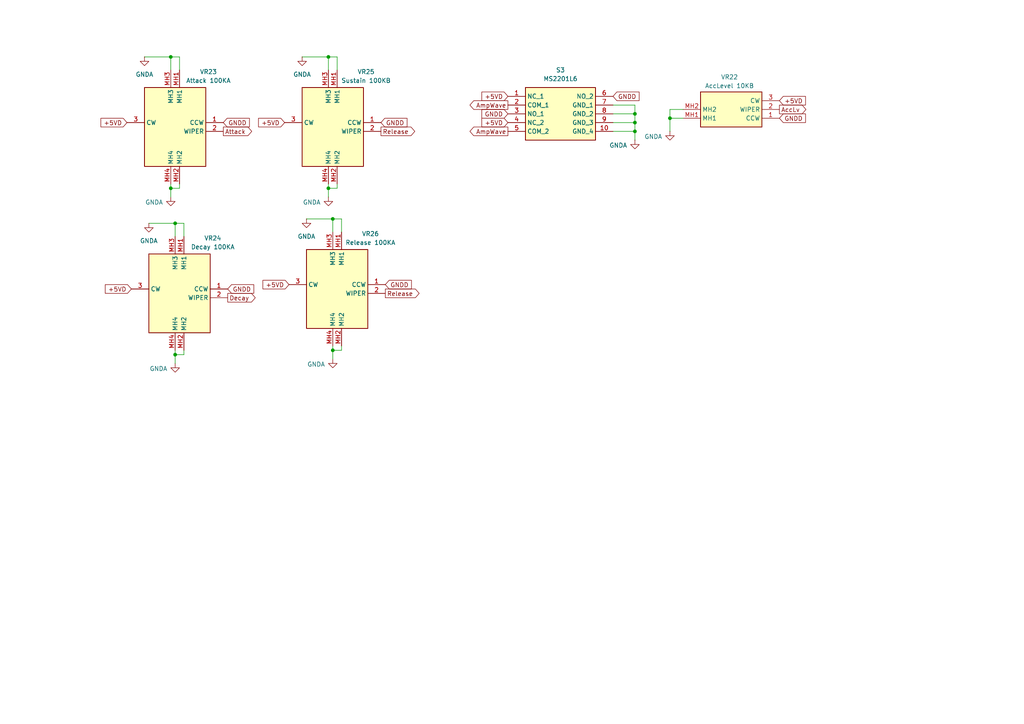
<source format=kicad_sch>
(kicad_sch (version 20250114) (generator "eeschema") (generator_version "9.0")
  (paper "A4")
  (lib_symbols
    (symbol "SamacSys_Parts:MS2201L6"
      (property "Reference" "S" (at 26.67 7.62 0))
      (property "Value" "MS2201L6" (at 26.67 5.08 0))
      (symbol "MS2201L6_1_1"
        (rectangle (start 5.08 2.54) (end 25.4 -12.7) (stroke (width 0.254)) (fill (type background)))
        (pin passive line (at 0 0 0) (length 5.08) (name "NC_1") (number "1"))
        (pin passive line (at 0 -2.54 0) (length 5.08) (name "COM_1") (number "2"))
        (pin passive line (at 0 -5.08 0) (length 5.08) (name "NO_1") (number "3"))
        (pin passive line (at 0 -7.62 0) (length 5.08) (name "NC_2") (number "4"))
        (pin passive line (at 0 -10.16 0) (length 5.08) (name "COM_2") (number "5"))
        (pin passive line (at 30.48 0 180) (length 5.08) (name "NO_2") (number "6"))
        (pin passive line (at 30.48 -2.54 180) (length 5.08) (name "GND_1") (number "7"))
        (pin passive line (at 30.48 -5.08 180) (length 5.08) (name "GND_2") (number "8"))
        (pin passive line (at 30.48 -7.62 180) (length 5.08) (name "GND_3") (number "9"))
        (pin passive line (at 30.48 -10.16 180) (length 5.08) (name "GND_4") (number "10"))
      )
    )
    (symbol "SamacSys_Parts:PTA2043-2010CIB104"
      (property "Reference" "VR" (at 24.13 15.24 0))
      (property "Value" "PTA2043-2010CIB104" (at 24.13 12.7 0))
      (symbol "PTA2043-2010CIB104_1_1"
        (rectangle (start 5.08 10.16) (end 22.86 -12.7) (stroke (width 0.254)) (fill (type background)))
        (pin passive line (at 0 0 0) (length 5.08) (name "CCW") (number "1"))
        (pin passive line (at 0 -2.54 0) (length 5.08) (name "WIPER") (number "2"))
        (pin passive line (at 12.7 15.24 270) (length 5.08) (name "MH1") (number "MH1"))
        (pin passive line (at 12.7 -17.78 90) (length 5.08) (name "MH2") (number "MH2"))
        (pin passive line (at 15.24 15.24 270) (length 5.08) (name "MH3") (number "MH3"))
        (pin passive line (at 15.24 -17.78 90) (length 5.08) (name "MH4") (number "MH4"))
        (pin passive line (at 27.94 0 180) (length 5.08) (name "CW") (number "3"))
      )
    )
    (symbol "SamacSys_Parts:RK09D117000B"
      (property "Reference" "VR" (at 24.13 7.62 0))
      (property "Value" "RK09D117000B" (at 24.13 5.08 0))
      (symbol "RK09D117000B_1_1"
        (rectangle (start 5.08 2.54) (end 22.86 -7.62) (stroke (width 0.254)) (fill (type background)))
        (pin passive line (at 0 0 0) (length 5.08) (name "CCW") (number "1"))
        (pin passive line (at 0 -2.54 0) (length 5.08) (name "WIPER") (number "2"))
        (pin passive line (at 0 -5.08 0) (length 5.08) (name "CW") (number "3"))
        (pin passive line (at 27.94 0 180) (length 5.08) (name "MH1") (number "MH1"))
        (pin passive line (at 27.94 -2.54 180) (length 5.08) (name "MH2") (number "MH2"))
      )
    )
    (symbol "power:GNDA" (power) (pin_numbers (hide yes)) (pin_names (offset 0) (hide yes))
      (property "Value" "GNDA" (at 0 -3.81 0))
      (symbol "GNDA_0_1"
        (polyline (pts (xy 0 0) (xy 0 -1.27) (xy 1.27 -1.27) (xy 0 -2.54) (xy -1.27 -1.27) (xy 0 -1.27)))
      )
      (symbol "GNDA_1_1"
        (pin power_in line (at 0 0 270) (length 0) (name "~") (number "1"))
      )
    )
  )
  (junction (at 50.8 64.77))
  (junction (at 184.15 35.56))
  (junction (at 49.53 54.61))
  (junction (at 95.25 54.61))
  (junction (at 49.53 16.51))
  (junction (at 50.8 102.87))
  (junction (at 184.15 38.1))
  (junction (at 96.52 63.5))
  (junction (at 194.31 34.29))
  (junction (at 184.15 33.02))
  (junction (at 95.25 16.51))
  (junction (at 96.52 101.6))
  (wire (pts (xy 52.07 54.61) (xy 52.07 53.34)))
  (wire (pts (xy 194.31 31.75) (xy 194.31 34.29)))
  (wire (pts (xy 198.12 31.75) (xy 194.31 31.75)))
  (wire (pts (xy 177.8 38.1) (xy 184.15 38.1)))
  (wire (pts (xy 184.15 35.56) (xy 184.15 38.1)))
  (wire (pts (xy 50.8 102.87) (xy 50.8 105.41)))
  (wire (pts (xy 53.34 64.77) (xy 53.34 68.58)))
  (wire (pts (xy 95.25 53.34) (xy 95.25 54.61)))
  (wire (pts (xy 53.34 102.87) (xy 53.34 101.6)))
  (wire (pts (xy 198.12 34.29) (xy 194.31 34.29)))
  (wire (pts (xy 96.52 100.33) (xy 96.52 101.6)))
  (wire (pts (xy 50.8 102.87) (xy 53.34 102.87)))
  (wire (pts (xy 99.06 101.6) (xy 99.06 100.33)))
  (wire (pts (xy 96.52 101.6) (xy 99.06 101.6)))
  (wire (pts (xy 50.8 64.77) (xy 50.8 68.58)))
  (wire (pts (xy 88.9 63.5) (xy 96.52 63.5)))
  (wire (pts (xy 49.53 54.61) (xy 49.53 57.15)))
  (wire (pts (xy 177.8 30.48) (xy 184.15 30.48)))
  (wire (pts (xy 95.25 54.61) (xy 97.79 54.61)))
  (wire (pts (xy 49.53 16.51) (xy 52.07 16.51)))
  (wire (pts (xy 49.53 53.34) (xy 49.53 54.61)))
  (wire (pts (xy 95.25 16.51) (xy 95.25 20.32)))
  (wire (pts (xy 184.15 30.48) (xy 184.15 33.02)))
  (wire (pts (xy 50.8 101.6) (xy 50.8 102.87)))
  (wire (pts (xy 95.25 16.51) (xy 97.79 16.51)))
  (wire (pts (xy 52.07 16.51) (xy 52.07 20.32)))
  (wire (pts (xy 184.15 33.02) (xy 184.15 35.56)))
  (wire (pts (xy 184.15 38.1) (xy 184.15 40.64)))
  (wire (pts (xy 96.52 63.5) (xy 96.52 67.31)))
  (wire (pts (xy 97.79 16.51) (xy 97.79 20.32)))
  (wire (pts (xy 49.53 16.51) (xy 49.53 20.32)))
  (wire (pts (xy 177.8 35.56) (xy 184.15 35.56)))
  (wire (pts (xy 87.63 16.51) (xy 95.25 16.51)))
  (wire (pts (xy 49.53 54.61) (xy 52.07 54.61)))
  (wire (pts (xy 97.79 54.61) (xy 97.79 53.34)))
  (wire (pts (xy 43.18 64.77) (xy 50.8 64.77)))
  (wire (pts (xy 95.25 54.61) (xy 95.25 57.15)))
  (wire (pts (xy 177.8 33.02) (xy 184.15 33.02)))
  (wire (pts (xy 41.91 16.51) (xy 49.53 16.51)))
  (wire (pts (xy 50.8 64.77) (xy 53.34 64.77)))
  (wire (pts (xy 194.31 34.29) (xy 194.31 38.1)))
  (wire (pts (xy 99.06 63.5) (xy 99.06 67.31)))
  (wire (pts (xy 96.52 101.6) (xy 96.52 104.14)))
  (wire (pts (xy 96.52 63.5) (xy 99.06 63.5)))
  (global_label "AccLv" (shape output) (at 226.06 31.75 0) (property "Intersheetrefs" "${INTERSHEET_REFS}" (effects (hide yes))))
  (global_label "AmpWave" (shape output) (at 147.32 38.1 180) (property "Intersheetrefs" "${INTERSHEET_REFS}" (effects (hide yes))))
  (global_label "GNDD" (shape input) (at 110.49 35.56 0) (property "Intersheetrefs" "${INTERSHEET_REFS}" (effects (hide yes))))
  (global_label "+5VD" (shape input) (at 147.32 35.56 180) (property "Intersheetrefs" "${INTERSHEET_REFS}" (effects (hide yes))))
  (global_label "GNDD" (shape input) (at 177.8 27.94 0) (property "Intersheetrefs" "${INTERSHEET_REFS}" (effects (hide yes))))
  (global_label "GNDD" (shape input) (at 226.06 34.29 0) (property "Intersheetrefs" "${INTERSHEET_REFS}" (effects (hide yes))))
  (global_label "GNDD" (shape input) (at 64.77 35.56 0) (property "Intersheetrefs" "${INTERSHEET_REFS}" (effects (hide yes))))
  (global_label "AmpWave" (shape output) (at 147.32 30.48 180) (property "Intersheetrefs" "${INTERSHEET_REFS}" (effects (hide yes))))
  (global_label "+5VD" (shape input) (at 147.32 27.94 180) (property "Intersheetrefs" "${INTERSHEET_REFS}" (effects (hide yes))))
  (global_label "+5VD" (shape input) (at 226.06 29.21 0) (property "Intersheetrefs" "${INTERSHEET_REFS}" (effects (hide yes))))
  (global_label "+5VD" (shape input) (at 36.83 35.56 180) (property "Intersheetrefs" "${INTERSHEET_REFS}" (effects (hide yes))))
  (global_label "Decay" (shape output) (at 66.04 86.36 0) (property "Intersheetrefs" "${INTERSHEET_REFS}" (effects (hide yes))))
  (global_label "+5VD" (shape input) (at 82.55 35.56 180) (property "Intersheetrefs" "${INTERSHEET_REFS}" (effects (hide yes))))
  (global_label "+5VD" (shape input) (at 38.1 83.82 180) (property "Intersheetrefs" "${INTERSHEET_REFS}" (effects (hide yes))))
  (global_label "Attack" (shape output) (at 64.77 38.1 0) (property "Intersheetrefs" "${INTERSHEET_REFS}" (effects (hide yes))))
  (global_label "Release" (shape output) (at 111.76 85.09 0) (property "Intersheetrefs" "${INTERSHEET_REFS}" (effects (hide yes))))
  (global_label "+5VD" (shape input) (at 83.82 82.55 180) (property "Intersheetrefs" "${INTERSHEET_REFS}" (effects (hide yes))))
  (global_label "GNDD" (shape input) (at 66.04 83.82 0) (property "Intersheetrefs" "${INTERSHEET_REFS}" (effects (hide yes))))
  (global_label "GNDD" (shape input) (at 111.76 82.55 0) (property "Intersheetrefs" "${INTERSHEET_REFS}" (effects (hide yes))))
  (global_label "GNDD" (shape input) (at 147.32 33.02 180) (property "Intersheetrefs" "${INTERSHEET_REFS}" (effects (hide yes))))
  (global_label "Release" (shape output) (at 110.49 38.1 0) (property "Intersheetrefs" "${INTERSHEET_REFS}" (effects (hide yes))))
  (symbol (lib_id "power:GNDA") (at 96.52 104.14 0) (unit 1)
    (property "Reference" "#PWR0191" (effects (hide yes)))
    (property "Value" "GNDA" (at 91.694 105.664 0))
    (property "Description" "Power symbol creates a global label with name \"GNDA\" , analog ground" (effects (hide yes)))
  )
  (symbol (lib_id "power:GNDA") (at 87.63 16.51 0) (unit 1)
    (property "Reference" "#PWR0188" (effects (hide yes)))
    (property "Value" "GNDA" (at 87.63 21.59 0))
    (property "Description" "Power symbol creates a global label with name \"GNDA\" , analog ground" (effects (hide yes)))
  )
  (symbol (lib_id "power:GNDA") (at 88.9 63.5 0) (unit 1)
    (property "Reference" "#PWR0190" (effects (hide yes)))
    (property "Value" "GNDA" (at 88.9 68.58 0))
    (property "Description" "Power symbol creates a global label with name \"GNDA\" , analog ground" (effects (hide yes)))
  )
  (symbol (lib_id "power:GNDA") (at 49.53 57.15 0) (unit 1)
    (property "Reference" "#PWR0185" (effects (hide yes)))
    (property "Value" "GNDA" (at 44.704 58.674 0))
    (property "Description" "Power symbol creates a global label with name \"GNDA\" , analog ground" (effects (hide yes)))
  )
  (symbol (lib_id "SamacSys_Parts:PTA2043-2010CIB104") (at 111.76 82.55 0) (mirror y) (unit 1)
    (property "Reference" "VR26" (at 107.442 67.818 0))
    (property "Value" "Release 100KA" (at 107.442 70.358 0))
    (property "Footprint" "SamacSys_parts:PTA20432010CIB104" (effects (hide yes)))
    (property "Datasheet" "https://www.bourns.com/docs/Product-Datasheets/pta.pdf" (effects (hide yes)))
    (property "Description" "100 kOhms 0.1W, 1/10W Through Hole Slide Potentiometer Top Adjustment Type" (effects (hide yes)))
    (property "Height" "26.5" (effects (hide yes)))
    (property "Manufacturer_Name" "Bourns" (effects (hide yes)))
    (property "Manufacturer_Part_Number" "PTA2043-2010CIB104" (effects (hide yes)))
    (property "Mouser Part Number" "652-PTA2432010CIB104" (effects (hide yes)))
    (property "Mouser Price/Stock" "https://www.mouser.co.uk/ProductDetail/Bourns/PTA2043-2010CIB104?qs=QARuOjD9jaHYsv9Jo8DrWA%3D%3D" (effects (hide yes)))
    (property "Arrow Part Number" "PTA2043-2010CIB104" (effects (hide yes)))
    (property "Arrow Price/Stock" "https://www.arrow.com/en/products/pta2043-2010cib104/bourns?utm_currency=USD&region=nac" (effects (hide yes)))
  )
  (symbol (lib_id "power:GNDA") (at 41.91 16.51 0) (unit 1)
    (property "Reference" "#PWR0184" (effects (hide yes)))
    (property "Value" "GNDA" (at 41.91 21.59 0))
    (property "Description" "Power symbol creates a global label with name \"GNDA\" , analog ground" (effects (hide yes)))
  )
  (symbol (lib_id "power:GNDA") (at 184.15 40.64 0) (unit 1)
    (property "Reference" "#PWR0167" (effects (hide yes)))
    (property "Value" "GNDA" (at 179.324 42.164 0))
    (property "Description" "Power symbol creates a global label with name \"GNDA\" , analog ground" (effects (hide yes)))
  )
  (symbol (lib_id "SamacSys_Parts:PTA2043-2010CIB104") (at 66.04 83.82 0) (mirror y) (unit 1)
    (property "Reference" "VR24" (at 61.722 69.088 0))
    (property "Value" "Decay 100KA" (at 61.722 71.628 0))
    (property "Footprint" "SamacSys_parts:PTA20432010CIB104" (effects (hide yes)))
    (property "Datasheet" "https://www.bourns.com/docs/Product-Datasheets/pta.pdf" (effects (hide yes)))
    (property "Description" "100 kOhms 0.1W, 1/10W Through Hole Slide Potentiometer Top Adjustment Type" (effects (hide yes)))
    (property "Height" "26.5" (effects (hide yes)))
    (property "Manufacturer_Name" "Bourns" (effects (hide yes)))
    (property "Manufacturer_Part_Number" "PTA2043-2010CIB104" (effects (hide yes)))
    (property "Mouser Part Number" "652-PTA2432010CIB104" (effects (hide yes)))
    (property "Mouser Price/Stock" "https://www.mouser.co.uk/ProductDetail/Bourns/PTA2043-2010CIB104?qs=QARuOjD9jaHYsv9Jo8DrWA%3D%3D" (effects (hide yes)))
    (property "Arrow Part Number" "PTA2043-2010CIB104" (effects (hide yes)))
    (property "Arrow Price/Stock" "https://www.arrow.com/en/products/pta2043-2010cib104/bourns?utm_currency=USD&region=nac" (effects (hide yes)))
  )
  (symbol (lib_id "SamacSys_Parts:PTA2043-2010CIB104") (at 64.77 35.56 0) (mirror y) (unit 1)
    (property "Reference" "VR23" (at 60.452 20.828 0))
    (property "Value" "Attack 100KA" (at 60.452 23.368 0))
    (property "Footprint" "SamacSys_parts:PTA20432010CIB104" (effects (hide yes)))
    (property "Datasheet" "https://www.bourns.com/docs/Product-Datasheets/pta.pdf" (effects (hide yes)))
    (property "Description" "100 kOhms 0.1W, 1/10W Through Hole Slide Potentiometer Top Adjustment Type" (effects (hide yes)))
    (property "Height" "26.5" (effects (hide yes)))
    (property "Manufacturer_Name" "Bourns" (effects (hide yes)))
    (property "Manufacturer_Part_Number" "PTA2043-2010CIB104" (effects (hide yes)))
    (property "Mouser Part Number" "652-PTA2432010CIB104" (effects (hide yes)))
    (property "Mouser Price/Stock" "https://www.mouser.co.uk/ProductDetail/Bourns/PTA2043-2010CIB104?qs=QARuOjD9jaHYsv9Jo8DrWA%3D%3D" (effects (hide yes)))
    (property "Arrow Part Number" "PTA2043-2010CIB104" (effects (hide yes)))
    (property "Arrow Price/Stock" "https://www.arrow.com/en/products/pta2043-2010cib104/bourns?utm_currency=USD&region=nac" (effects (hide yes)))
  )
  (symbol (lib_id "power:GNDA") (at 50.8 105.41 0) (unit 1)
    (property "Reference" "#PWR0187" (effects (hide yes)))
    (property "Value" "GNDA" (at 45.974 106.934 0))
    (property "Description" "Power symbol creates a global label with name \"GNDA\" , analog ground" (effects (hide yes)))
  )
  (symbol (lib_id "power:GNDA") (at 43.18 64.77 0) (unit 1)
    (property "Reference" "#PWR0186" (effects (hide yes)))
    (property "Value" "GNDA" (at 43.18 69.85 0))
    (property "Description" "Power symbol creates a global label with name \"GNDA\" , analog ground" (effects (hide yes)))
  )
  (symbol (lib_id "power:GNDA") (at 95.25 57.15 0) (unit 1)
    (property "Reference" "#PWR0189" (effects (hide yes)))
    (property "Value" "GNDA" (at 90.424 58.674 0))
    (property "Description" "Power symbol creates a global label with name \"GNDA\" , analog ground" (effects (hide yes)))
  )
  (symbol (lib_id "SamacSys_Parts:MS2201L6") (at 147.32 27.94 0) (unit 1)
    (property "Reference" "S3" (at 162.56 20.32 0))
    (property "Value" "MS2201L6" (at 162.56 22.86 0))
    (property "Footprint" "SamacSys_parts:MS2201L6" (effects (hide yes)))
    (property "Datasheet" "https://www.citrelay.com/Catalog%20Pages/SwitchCatalog/MS2201.pdf" (effects (hide yes)))
    (property "Description" "SLIDE SWITCH DPDT 200MA 30VDC" (effects (hide yes)))
    (property "Height" "14.1" (effects (hide yes)))
    (property "Manufacturer_Name" "CIT Relay & Switch" (effects (hide yes)))
    (property "Manufacturer_Part_Number" "MS2201L6" (effects (hide yes)))
  )
  (symbol (lib_id "SamacSys_Parts:RK09D117000B") (at 226.06 34.29 180) (unit 1)
    (property "Reference" "VR22" (at 211.582 22.352 0))
    (property "Value" "AccLevel 10KB" (at 211.582 24.892 0))
    (property "Footprint" "SamacSys_parts:RK09D117000B" (effects (hide yes)))
    (property "Datasheet" "https://tech.alpsalpine.com/prod/j/html/potentiometer/rotarypotentiometers/rk09k/rk09d117000b.html" (effects (hide yes)))
    (property "Description" "9-inch insulated shaft snap-in type RK09K/RK09D series" (effects (hide yes)))
    (property "Height" "30" (effects (hide yes)))
    (property "Manufacturer_Name" "ALPS Electric" (effects (hide yes)))
    (property "Manufacturer_Part_Number" "RK09D117000B" (effects (hide yes)))
    (property "Mouser Part Number" "688-RK09D117000B" (effects (hide yes)))
    (property "Mouser Price/Stock" "https://www.mouser.co.uk/ProductDetail/Alps-Alpine/RK09D117000B?qs=3cOf6TWd2rbc67829PEbEQ%3D%3D" (effects (hide yes)))
  )
  (symbol (lib_id "SamacSys_Parts:PTA2043-2010CIB104") (at 110.49 35.56 0) (mirror y) (unit 1)
    (property "Reference" "VR25" (at 106.172 20.828 0))
    (property "Value" "Sustain 100KB" (at 106.172 23.368 0))
    (property "Footprint" "SamacSys_parts:PTA20432010CIB104" (effects (hide yes)))
    (property "Datasheet" "https://www.bourns.com/docs/Product-Datasheets/pta.pdf" (effects (hide yes)))
    (property "Description" "100 kOhms 0.1W, 1/10W Through Hole Slide Potentiometer Top Adjustment Type" (effects (hide yes)))
    (property "Height" "26.5" (effects (hide yes)))
    (property "Manufacturer_Name" "Bourns" (effects (hide yes)))
    (property "Manufacturer_Part_Number" "PTA2043-2010CIB104" (effects (hide yes)))
    (property "Mouser Part Number" "652-PTA2432010CIB104" (effects (hide yes)))
    (property "Mouser Price/Stock" "https://www.mouser.co.uk/ProductDetail/Bourns/PTA2043-2010CIB104?qs=QARuOjD9jaHYsv9Jo8DrWA%3D%3D" (effects (hide yes)))
    (property "Arrow Part Number" "PTA2043-2010CIB104" (effects (hide yes)))
    (property "Arrow Price/Stock" "https://www.arrow.com/en/products/pta2043-2010cib104/bourns?utm_currency=USD&region=nac" (effects (hide yes)))
  )
  (symbol (lib_id "power:GNDA") (at 194.31 38.1 0) (unit 1)
    (property "Reference" "#PWR0168" (effects (hide yes)))
    (property "Value" "GNDA" (at 189.484 39.624 0))
    (property "Description" "Power symbol creates a global label with name \"GNDA\" , analog ground" (effects (hide yes)))
  )
)
</source>
